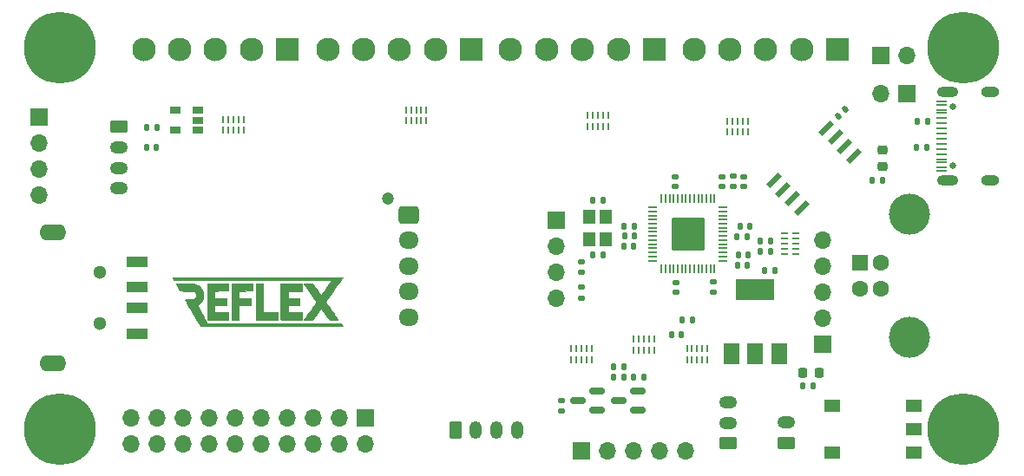
<source format=gbr>
%TF.GenerationSoftware,KiCad,Pcbnew,(7.0.0-0)*%
%TF.CreationDate,2023-09-11T01:39:21-06:00*%
%TF.ProjectId,ReflexFightingBoard,5265666c-6578-4466-9967-6874696e6742,rev?*%
%TF.SameCoordinates,Original*%
%TF.FileFunction,Soldermask,Top*%
%TF.FilePolarity,Negative*%
%FSLAX46Y46*%
G04 Gerber Fmt 4.6, Leading zero omitted, Abs format (unit mm)*
G04 Created by KiCad (PCBNEW (7.0.0-0)) date 2023-09-11 01:39:21*
%MOMM*%
%LPD*%
G01*
G04 APERTURE LIST*
G04 Aperture macros list*
%AMRoundRect*
0 Rectangle with rounded corners*
0 $1 Rounding radius*
0 $2 $3 $4 $5 $6 $7 $8 $9 X,Y pos of 4 corners*
0 Add a 4 corners polygon primitive as box body*
4,1,4,$2,$3,$4,$5,$6,$7,$8,$9,$2,$3,0*
0 Add four circle primitives for the rounded corners*
1,1,$1+$1,$2,$3*
1,1,$1+$1,$4,$5*
1,1,$1+$1,$6,$7*
1,1,$1+$1,$8,$9*
0 Add four rect primitives between the rounded corners*
20,1,$1+$1,$2,$3,$4,$5,0*
20,1,$1+$1,$4,$5,$6,$7,0*
20,1,$1+$1,$6,$7,$8,$9,0*
20,1,$1+$1,$8,$9,$2,$3,0*%
%AMRotRect*
0 Rectangle, with rotation*
0 The origin of the aperture is its center*
0 $1 length*
0 $2 width*
0 $3 Rotation angle, in degrees counterclockwise*
0 Add horizontal line*
21,1,$1,$2,0,0,$3*%
G04 Aperture macros list end*
%ADD10C,0.010000*%
%ADD11RoundRect,0.135000X0.135000X0.185000X-0.135000X0.185000X-0.135000X-0.185000X0.135000X-0.185000X0*%
%ADD12R,1.060000X0.650000*%
%ADD13RoundRect,0.140000X-0.140000X-0.170000X0.140000X-0.170000X0.140000X0.170000X-0.140000X0.170000X0*%
%ADD14RoundRect,0.135000X0.185000X-0.135000X0.185000X0.135000X-0.185000X0.135000X-0.185000X-0.135000X0*%
%ADD15RoundRect,0.135000X-0.185000X0.135000X-0.185000X-0.135000X0.185000X-0.135000X0.185000X0.135000X0*%
%ADD16R,1.700000X1.700000*%
%ADD17O,1.700000X1.700000*%
%ADD18RoundRect,0.249999X-0.625001X0.350001X-0.625001X-0.350001X0.625001X-0.350001X0.625001X0.350001X0*%
%ADD19O,1.750000X1.200000*%
%ADD20RoundRect,0.250000X0.625000X-0.350000X0.625000X0.350000X-0.625000X0.350000X-0.625000X-0.350000X0*%
%ADD21R,2.300000X2.300000*%
%ADD22C,2.300000*%
%ADD23C,7.000000*%
%ADD24RoundRect,0.140000X0.140000X0.170000X-0.140000X0.170000X-0.140000X-0.170000X0.140000X-0.170000X0*%
%ADD25O,0.200000X0.700000*%
%ADD26C,1.300000*%
%ADD27R,2.000000X1.000000*%
%ADD28O,2.610000X1.600000*%
%ADD29RoundRect,0.250000X-0.350000X-0.625000X0.350000X-0.625000X0.350000X0.625000X-0.350000X0.625000X0*%
%ADD30O,1.200000X1.750000*%
%ADD31RoundRect,0.140000X-0.170000X0.140000X-0.170000X-0.140000X0.170000X-0.140000X0.170000X0.140000X0*%
%ADD32RoundRect,0.135000X-0.135000X-0.185000X0.135000X-0.185000X0.135000X0.185000X-0.135000X0.185000X0*%
%ADD33R,1.600000X1.600000*%
%ADD34C,1.600000*%
%ADD35C,4.000000*%
%ADD36RoundRect,0.147500X-0.147500X-0.172500X0.147500X-0.172500X0.147500X0.172500X-0.147500X0.172500X0*%
%ADD37R,1.500000X2.000000*%
%ADD38R,3.800000X2.000000*%
%ADD39RotRect,1.610000X0.580000X45.000000*%
%ADD40RoundRect,0.150000X0.587500X0.150000X-0.587500X0.150000X-0.587500X-0.150000X0.587500X-0.150000X0*%
%ADD41RoundRect,0.050000X-0.050000X0.387500X-0.050000X-0.387500X0.050000X-0.387500X0.050000X0.387500X0*%
%ADD42RoundRect,0.050000X-0.387500X0.050000X-0.387500X-0.050000X0.387500X-0.050000X0.387500X0.050000X0*%
%ADD43RoundRect,0.144000X-1.456000X1.456000X-1.456000X-1.456000X1.456000X-1.456000X1.456000X1.456000X0*%
%ADD44RoundRect,0.140000X0.170000X-0.140000X0.170000X0.140000X-0.170000X0.140000X-0.170000X-0.140000X0*%
%ADD45R,1.150000X1.400000*%
%ADD46RoundRect,0.218750X-0.218750X-0.256250X0.218750X-0.256250X0.218750X0.256250X-0.218750X0.256250X0*%
%ADD47RoundRect,0.218750X-0.256250X0.218750X-0.256250X-0.218750X0.256250X-0.218750X0.256250X0.218750X0*%
%ADD48R,1.550000X1.300000*%
%ADD49RoundRect,0.140000X0.021213X-0.219203X0.219203X-0.021213X-0.021213X0.219203X-0.219203X0.021213X0*%
%ADD50C,1.200000*%
%ADD51RoundRect,0.250000X-0.725000X0.600000X-0.725000X-0.600000X0.725000X-0.600000X0.725000X0.600000X0*%
%ADD52O,1.950000X1.700000*%
%ADD53C,0.650000*%
%ADD54R,1.100000X0.225000*%
%ADD55O,2.100000X1.000000*%
%ADD56O,1.800000X1.000000*%
%ADD57O,0.700000X0.200000*%
G04 APERTURE END LIST*
%TO.C,Ref\u002A\u002A*%
G36*
X127162316Y-109089000D02*
G01*
X128580483Y-109089000D01*
X128580483Y-109808667D01*
X126463816Y-109808667D01*
X126463816Y-106273834D01*
X127162316Y-106273834D01*
X127162316Y-109089000D01*
G37*
D10*
X127162316Y-109089000D02*
X128580483Y-109089000D01*
X128580483Y-109808667D01*
X126463816Y-109808667D01*
X126463816Y-106273834D01*
X127162316Y-106273834D01*
X127162316Y-109089000D01*
G36*
X126156900Y-106284417D02*
G01*
X126156900Y-106982917D01*
X124791650Y-106994087D01*
X124791650Y-107692000D01*
X125934650Y-107692000D01*
X125934650Y-108390500D01*
X124791650Y-108390500D01*
X124791650Y-109808667D01*
X124093150Y-109808667D01*
X124093150Y-106273431D01*
X126156900Y-106284417D01*
G37*
X126156900Y-106284417D02*
X126156900Y-106982917D01*
X124791650Y-106994087D01*
X124791650Y-107692000D01*
X125934650Y-107692000D01*
X125934650Y-108390500D01*
X124791650Y-108390500D01*
X124791650Y-109808667D01*
X124093150Y-109808667D01*
X124093150Y-106273431D01*
X126156900Y-106284417D01*
G36*
X122764941Y-106278922D02*
G01*
X123786233Y-106284417D01*
X123786233Y-106982917D01*
X123113668Y-106988507D01*
X122441104Y-106994096D01*
X122446918Y-107337757D01*
X122452733Y-107681417D01*
X123563983Y-107692703D01*
X123563983Y-108389797D01*
X123008358Y-108395440D01*
X122452733Y-108401084D01*
X122452733Y-109078417D01*
X123119483Y-109089000D01*
X123786233Y-109099584D01*
X123786233Y-109798084D01*
X122764941Y-109803578D01*
X121743650Y-109809073D01*
X121743650Y-106273427D01*
X122764941Y-106278922D01*
G37*
X122764941Y-106278922D02*
X123786233Y-106284417D01*
X123786233Y-106982917D01*
X123113668Y-106988507D01*
X122441104Y-106994096D01*
X122446918Y-107337757D01*
X122452733Y-107681417D01*
X123563983Y-107692703D01*
X123563983Y-108389797D01*
X123008358Y-108395440D01*
X122452733Y-108401084D01*
X122452733Y-109078417D01*
X123119483Y-109089000D01*
X123786233Y-109099584D01*
X123786233Y-109798084D01*
X122764941Y-109803578D01*
X121743650Y-109809073D01*
X121743650Y-106273427D01*
X122764941Y-106278922D01*
G36*
X130929983Y-106993500D02*
G01*
X129596483Y-106993500D01*
X129596483Y-107692000D01*
X130697150Y-107692000D01*
X130697150Y-108390500D01*
X129596483Y-108390500D01*
X129596483Y-109089000D01*
X130929983Y-109089000D01*
X130929983Y-109808667D01*
X129913319Y-109808667D01*
X129668765Y-109808439D01*
X129463628Y-109807704D01*
X129294993Y-109806387D01*
X129159945Y-109804413D01*
X129055570Y-109801707D01*
X128978954Y-109798195D01*
X128927181Y-109793800D01*
X128897337Y-109788447D01*
X128886559Y-109782209D01*
X128885069Y-109757418D01*
X128883777Y-109693488D01*
X128882689Y-109593611D01*
X128881815Y-109460982D01*
X128881164Y-109298792D01*
X128880743Y-109110237D01*
X128880562Y-108898508D01*
X128880627Y-108666799D01*
X128880949Y-108418304D01*
X128881535Y-108156215D01*
X128881932Y-108020084D01*
X128887400Y-106284417D01*
X129908691Y-106278922D01*
X130929983Y-106273427D01*
X130929983Y-106993500D01*
G37*
X130929983Y-106993500D02*
X129596483Y-106993500D01*
X129596483Y-107692000D01*
X130697150Y-107692000D01*
X130697150Y-108390500D01*
X129596483Y-108390500D01*
X129596483Y-109089000D01*
X130929983Y-109089000D01*
X130929983Y-109808667D01*
X129913319Y-109808667D01*
X129668765Y-109808439D01*
X129463628Y-109807704D01*
X129294993Y-109806387D01*
X129159945Y-109804413D01*
X129055570Y-109801707D01*
X128978954Y-109798195D01*
X128927181Y-109793800D01*
X128897337Y-109788447D01*
X128886559Y-109782209D01*
X128885069Y-109757418D01*
X128883777Y-109693488D01*
X128882689Y-109593611D01*
X128881815Y-109460982D01*
X128881164Y-109298792D01*
X128880743Y-109110237D01*
X128880562Y-108898508D01*
X128880627Y-108666799D01*
X128880949Y-108418304D01*
X128881535Y-108156215D01*
X128881932Y-108020084D01*
X128887400Y-106284417D01*
X129908691Y-106278922D01*
X130929983Y-106273427D01*
X130929983Y-106993500D01*
G36*
X119315812Y-106276614D02*
G01*
X119498370Y-106277559D01*
X119576970Y-106278220D01*
X120441900Y-106286296D01*
X120583123Y-106341995D01*
X120772628Y-106431880D01*
X120930150Y-106541421D01*
X121063835Y-106676801D01*
X121119117Y-106748822D01*
X121227302Y-106936123D01*
X121297252Y-107139182D01*
X121327802Y-107353315D01*
X121319988Y-107557060D01*
X121280103Y-107736795D01*
X121208499Y-107912359D01*
X121110709Y-108074863D01*
X120992265Y-108215423D01*
X120858701Y-108325153D01*
X120830996Y-108342420D01*
X120789558Y-108370644D01*
X120770177Y-108391226D01*
X120769983Y-108392460D01*
X120779743Y-108415308D01*
X120806359Y-108467392D01*
X120845828Y-108541105D01*
X120894152Y-108628843D01*
X120896983Y-108633917D01*
X120945630Y-108721902D01*
X120985664Y-108795945D01*
X121013099Y-108848553D01*
X121023947Y-108872233D01*
X121023983Y-108872566D01*
X121033811Y-108894762D01*
X121060068Y-108944510D01*
X121097914Y-109012762D01*
X121115997Y-109044587D01*
X121166881Y-109135035D01*
X121227843Y-109245637D01*
X121289352Y-109359027D01*
X121320386Y-109417084D01*
X121375706Y-109520538D01*
X121433383Y-109627169D01*
X121484972Y-109721418D01*
X121509930Y-109766334D01*
X121549580Y-109838500D01*
X121581722Y-109899693D01*
X121599885Y-109937561D01*
X121600592Y-109939347D01*
X121619684Y-109978034D01*
X121652252Y-110034639D01*
X121668549Y-110061056D01*
X121723014Y-110147334D01*
X134733849Y-110147334D01*
X134821583Y-110272406D01*
X134864775Y-110336993D01*
X134896098Y-110389577D01*
X134909239Y-110419495D01*
X134909316Y-110420573D01*
X134888468Y-110422346D01*
X134827195Y-110424057D01*
X134727407Y-110425706D01*
X134591014Y-110427292D01*
X134419923Y-110428813D01*
X134216045Y-110430270D01*
X133981289Y-110431660D01*
X133717563Y-110432984D01*
X133426776Y-110434239D01*
X133110838Y-110435425D01*
X132771659Y-110436542D01*
X132411146Y-110437588D01*
X132031210Y-110438562D01*
X131633758Y-110439463D01*
X131220702Y-110440291D01*
X130793948Y-110441043D01*
X130355408Y-110441721D01*
X129906989Y-110442322D01*
X129450601Y-110442845D01*
X128988153Y-110443290D01*
X128521554Y-110443656D01*
X128052713Y-110443941D01*
X127583540Y-110444145D01*
X127115943Y-110444267D01*
X126651832Y-110444305D01*
X126193115Y-110444260D01*
X125741703Y-110444129D01*
X125299503Y-110443913D01*
X124868426Y-110443609D01*
X124450379Y-110443218D01*
X124047274Y-110442738D01*
X123661017Y-110442168D01*
X123293519Y-110441507D01*
X122946689Y-110440754D01*
X122622435Y-110439909D01*
X122322668Y-110438970D01*
X122049296Y-110437937D01*
X121804227Y-110436808D01*
X121589372Y-110435583D01*
X121406640Y-110434261D01*
X121257939Y-110432840D01*
X121145179Y-110431319D01*
X121070268Y-110429699D01*
X121035117Y-110427977D01*
X121032645Y-110427468D01*
X121019344Y-110407419D01*
X120987364Y-110354110D01*
X120938772Y-110271180D01*
X120875636Y-110162270D01*
X120800020Y-110031022D01*
X120713993Y-109881075D01*
X120619620Y-109716071D01*
X120518968Y-109539651D01*
X120414105Y-109355455D01*
X120307096Y-109167123D01*
X120200008Y-108978297D01*
X120094908Y-108792618D01*
X119993863Y-108613726D01*
X119898939Y-108445262D01*
X119812203Y-108290866D01*
X119735721Y-108154180D01*
X119671560Y-108038844D01*
X119621787Y-107948499D01*
X119588469Y-107886786D01*
X119573671Y-107857345D01*
X119573533Y-107856992D01*
X119572425Y-107844820D01*
X119583257Y-107835637D01*
X119611311Y-107828875D01*
X119661872Y-107823966D01*
X119740219Y-107820343D01*
X119851638Y-107817438D01*
X119960612Y-107815379D01*
X120100140Y-107812799D01*
X120204156Y-107809993D01*
X120279477Y-107806042D01*
X120332919Y-107800024D01*
X120371299Y-107791019D01*
X120401433Y-107778107D01*
X120430137Y-107760367D01*
X120445335Y-107749918D01*
X120536020Y-107663949D01*
X120594894Y-107559357D01*
X120622055Y-107444268D01*
X120617597Y-107326809D01*
X120581618Y-107215105D01*
X120514212Y-107117283D01*
X120437117Y-107054100D01*
X120413385Y-107039954D01*
X120389057Y-107028668D01*
X120359143Y-107019822D01*
X120318653Y-107013002D01*
X120262596Y-107007789D01*
X120185982Y-107003766D01*
X120083820Y-107000516D01*
X119951122Y-106997623D01*
X119782895Y-106994668D01*
X119712106Y-106993500D01*
X119066978Y-106982917D01*
X118873461Y-106644250D01*
X118813032Y-106536130D01*
X118762061Y-106440349D01*
X118723570Y-106362978D01*
X118700581Y-106310085D01*
X118695992Y-106287863D01*
X118719972Y-106284222D01*
X118781738Y-106281221D01*
X118876748Y-106278910D01*
X119000459Y-106277339D01*
X119148328Y-106276557D01*
X119315812Y-106276614D01*
G37*
X119315812Y-106276614D02*
X119498370Y-106277559D01*
X119576970Y-106278220D01*
X120441900Y-106286296D01*
X120583123Y-106341995D01*
X120772628Y-106431880D01*
X120930150Y-106541421D01*
X121063835Y-106676801D01*
X121119117Y-106748822D01*
X121227302Y-106936123D01*
X121297252Y-107139182D01*
X121327802Y-107353315D01*
X121319988Y-107557060D01*
X121280103Y-107736795D01*
X121208499Y-107912359D01*
X121110709Y-108074863D01*
X120992265Y-108215423D01*
X120858701Y-108325153D01*
X120830996Y-108342420D01*
X120789558Y-108370644D01*
X120770177Y-108391226D01*
X120769983Y-108392460D01*
X120779743Y-108415308D01*
X120806359Y-108467392D01*
X120845828Y-108541105D01*
X120894152Y-108628843D01*
X120896983Y-108633917D01*
X120945630Y-108721902D01*
X120985664Y-108795945D01*
X121013099Y-108848553D01*
X121023947Y-108872233D01*
X121023983Y-108872566D01*
X121033811Y-108894762D01*
X121060068Y-108944510D01*
X121097914Y-109012762D01*
X121115997Y-109044587D01*
X121166881Y-109135035D01*
X121227843Y-109245637D01*
X121289352Y-109359027D01*
X121320386Y-109417084D01*
X121375706Y-109520538D01*
X121433383Y-109627169D01*
X121484972Y-109721418D01*
X121509930Y-109766334D01*
X121549580Y-109838500D01*
X121581722Y-109899693D01*
X121599885Y-109937561D01*
X121600592Y-109939347D01*
X121619684Y-109978034D01*
X121652252Y-110034639D01*
X121668549Y-110061056D01*
X121723014Y-110147334D01*
X134733849Y-110147334D01*
X134821583Y-110272406D01*
X134864775Y-110336993D01*
X134896098Y-110389577D01*
X134909239Y-110419495D01*
X134909316Y-110420573D01*
X134888468Y-110422346D01*
X134827195Y-110424057D01*
X134727407Y-110425706D01*
X134591014Y-110427292D01*
X134419923Y-110428813D01*
X134216045Y-110430270D01*
X133981289Y-110431660D01*
X133717563Y-110432984D01*
X133426776Y-110434239D01*
X133110838Y-110435425D01*
X132771659Y-110436542D01*
X132411146Y-110437588D01*
X132031210Y-110438562D01*
X131633758Y-110439463D01*
X131220702Y-110440291D01*
X130793948Y-110441043D01*
X130355408Y-110441721D01*
X129906989Y-110442322D01*
X129450601Y-110442845D01*
X128988153Y-110443290D01*
X128521554Y-110443656D01*
X128052713Y-110443941D01*
X127583540Y-110444145D01*
X127115943Y-110444267D01*
X126651832Y-110444305D01*
X126193115Y-110444260D01*
X125741703Y-110444129D01*
X125299503Y-110443913D01*
X124868426Y-110443609D01*
X124450379Y-110443218D01*
X124047274Y-110442738D01*
X123661017Y-110442168D01*
X123293519Y-110441507D01*
X122946689Y-110440754D01*
X122622435Y-110439909D01*
X122322668Y-110438970D01*
X122049296Y-110437937D01*
X121804227Y-110436808D01*
X121589372Y-110435583D01*
X121406640Y-110434261D01*
X121257939Y-110432840D01*
X121145179Y-110431319D01*
X121070268Y-110429699D01*
X121035117Y-110427977D01*
X121032645Y-110427468D01*
X121019344Y-110407419D01*
X120987364Y-110354110D01*
X120938772Y-110271180D01*
X120875636Y-110162270D01*
X120800020Y-110031022D01*
X120713993Y-109881075D01*
X120619620Y-109716071D01*
X120518968Y-109539651D01*
X120414105Y-109355455D01*
X120307096Y-109167123D01*
X120200008Y-108978297D01*
X120094908Y-108792618D01*
X119993863Y-108613726D01*
X119898939Y-108445262D01*
X119812203Y-108290866D01*
X119735721Y-108154180D01*
X119671560Y-108038844D01*
X119621787Y-107948499D01*
X119588469Y-107886786D01*
X119573671Y-107857345D01*
X119573533Y-107856992D01*
X119572425Y-107844820D01*
X119583257Y-107835637D01*
X119611311Y-107828875D01*
X119661872Y-107823966D01*
X119740219Y-107820343D01*
X119851638Y-107817438D01*
X119960612Y-107815379D01*
X120100140Y-107812799D01*
X120204156Y-107809993D01*
X120279477Y-107806042D01*
X120332919Y-107800024D01*
X120371299Y-107791019D01*
X120401433Y-107778107D01*
X120430137Y-107760367D01*
X120445335Y-107749918D01*
X120536020Y-107663949D01*
X120594894Y-107559357D01*
X120622055Y-107444268D01*
X120617597Y-107326809D01*
X120581618Y-107215105D01*
X120514212Y-107117283D01*
X120437117Y-107054100D01*
X120413385Y-107039954D01*
X120389057Y-107028668D01*
X120359143Y-107019822D01*
X120318653Y-107013002D01*
X120262596Y-107007789D01*
X120185982Y-107003766D01*
X120083820Y-107000516D01*
X119951122Y-106997623D01*
X119782895Y-106994668D01*
X119712106Y-106993500D01*
X119066978Y-106982917D01*
X118873461Y-106644250D01*
X118813032Y-106536130D01*
X118762061Y-106440349D01*
X118723570Y-106362978D01*
X118700581Y-106310085D01*
X118695992Y-106287863D01*
X118719972Y-106284222D01*
X118781738Y-106281221D01*
X118876748Y-106278910D01*
X119000459Y-106277339D01*
X119148328Y-106276557D01*
X119315812Y-106276614D01*
G36*
X134877011Y-105718209D02*
G01*
X134847670Y-105762244D01*
X134797824Y-105834946D01*
X134731536Y-105930509D01*
X134652873Y-106043126D01*
X134565899Y-106166994D01*
X134474681Y-106296304D01*
X134383282Y-106425252D01*
X134305837Y-106533947D01*
X134223706Y-106649411D01*
X134131595Y-106779732D01*
X134041771Y-106907518D01*
X133977754Y-106999174D01*
X133906734Y-107100675D01*
X133820330Y-107223225D01*
X133727937Y-107353548D01*
X133638952Y-107478369D01*
X133610739Y-107517758D01*
X133496466Y-107677890D01*
X133406247Y-107806229D01*
X133338704Y-107904825D01*
X133292458Y-107975725D01*
X133266131Y-108020981D01*
X133258316Y-108041974D01*
X133271028Y-108069198D01*
X133308994Y-108129833D01*
X133371960Y-108223503D01*
X133459670Y-108349833D01*
X133571870Y-108508449D01*
X133649371Y-108616913D01*
X133719195Y-108714546D01*
X133798786Y-108826187D01*
X133883894Y-108945836D01*
X133970268Y-109067497D01*
X134053659Y-109185172D01*
X134129816Y-109292862D01*
X134194490Y-109384571D01*
X134243431Y-109454301D01*
X134272388Y-109496053D01*
X134273743Y-109498047D01*
X134302779Y-109539707D01*
X134346266Y-109600768D01*
X134384868Y-109654305D01*
X134426306Y-109714652D01*
X134455201Y-109762879D01*
X134464816Y-109786596D01*
X134443773Y-109795322D01*
X134381031Y-109801889D01*
X134277173Y-109806268D01*
X134132778Y-109808428D01*
X134052891Y-109808667D01*
X133909682Y-109809201D01*
X133801525Y-109808734D01*
X133721189Y-109804165D01*
X133661445Y-109792393D01*
X133615063Y-109770314D01*
X133574813Y-109734827D01*
X133533465Y-109682830D01*
X133483790Y-109611221D01*
X133438233Y-109544950D01*
X133360007Y-109433129D01*
X133275483Y-109313218D01*
X133188456Y-109190505D01*
X133102718Y-109070277D01*
X133022063Y-108957823D01*
X132950285Y-108858430D01*
X132891177Y-108777386D01*
X132848533Y-108719979D01*
X132826145Y-108691496D01*
X132825353Y-108690636D01*
X132806559Y-108681322D01*
X132782980Y-108695726D01*
X132748323Y-108739080D01*
X132723500Y-108775303D01*
X132683062Y-108834677D01*
X132625046Y-108918361D01*
X132556513Y-109016238D01*
X132484522Y-109118191D01*
X132467674Y-109141917D01*
X132389953Y-109251465D01*
X132308179Y-109367107D01*
X132231581Y-109475772D01*
X132169385Y-109564390D01*
X132164162Y-109571862D01*
X132109186Y-109649629D01*
X132060752Y-109716480D01*
X132025537Y-109763283D01*
X132013263Y-109778237D01*
X131995401Y-109789164D01*
X131961189Y-109797257D01*
X131905312Y-109802885D01*
X131822453Y-109806416D01*
X131707298Y-109808218D01*
X131574054Y-109808667D01*
X131416642Y-109807755D01*
X131299183Y-109804930D01*
X131219331Y-109800055D01*
X131174745Y-109792998D01*
X131162816Y-109784982D01*
X131174468Y-109760136D01*
X131206537Y-109707642D01*
X131254694Y-109634200D01*
X131314612Y-109546509D01*
X131344019Y-109504524D01*
X131407524Y-109414511D01*
X131489611Y-109298123D01*
X131584477Y-109163589D01*
X131686320Y-109019139D01*
X131789337Y-108873003D01*
X131860881Y-108771500D01*
X131954279Y-108639013D01*
X132044407Y-108511222D01*
X132126970Y-108394212D01*
X132197675Y-108294065D01*
X132252229Y-108216865D01*
X132284387Y-108171444D01*
X132326051Y-108107396D01*
X132353367Y-108054864D01*
X132360883Y-108024470D01*
X132360448Y-108023277D01*
X132343154Y-107995505D01*
X132307748Y-107943484D01*
X132261049Y-107877179D01*
X132247864Y-107858780D01*
X132184851Y-107770757D01*
X132104302Y-107657616D01*
X132012977Y-107528908D01*
X131917638Y-107394182D01*
X131825045Y-107262988D01*
X131741959Y-107144876D01*
X131695222Y-107078167D01*
X131638495Y-106997610D01*
X131568659Y-106899305D01*
X131497466Y-106799768D01*
X131469337Y-106760667D01*
X131364572Y-106614583D01*
X131278042Y-106492308D01*
X131211337Y-106396150D01*
X131166049Y-106328411D01*
X131143766Y-106291399D01*
X131141650Y-106285631D01*
X131161758Y-106282039D01*
X131217851Y-106278888D01*
X131303581Y-106276355D01*
X131412600Y-106274618D01*
X131538561Y-106273854D01*
X131563471Y-106273834D01*
X131713632Y-106274390D01*
X131826725Y-106276295D01*
X131908003Y-106279904D01*
X131962721Y-106285574D01*
X131996132Y-106293658D01*
X132013263Y-106304264D01*
X132036916Y-106334033D01*
X132077932Y-106389516D01*
X132129634Y-106461583D01*
X132164162Y-106510639D01*
X132224349Y-106596448D01*
X132299890Y-106703651D01*
X132381557Y-106819179D01*
X132460122Y-106929959D01*
X132467674Y-106940584D01*
X132539329Y-107041841D01*
X132609089Y-107141253D01*
X132669939Y-107228767D01*
X132714860Y-107294327D01*
X132722512Y-107305709D01*
X132771141Y-107374252D01*
X132804201Y-107408707D01*
X132826158Y-107412276D01*
X132840651Y-107390375D01*
X132855766Y-107365243D01*
X132891425Y-107311813D01*
X132943455Y-107236159D01*
X133007686Y-107144354D01*
X133070458Y-107055775D01*
X133151046Y-106942441D01*
X133231940Y-106828222D01*
X133306285Y-106722831D01*
X133367224Y-106635977D01*
X133395900Y-106594785D01*
X133451131Y-106515541D01*
X133521614Y-106415166D01*
X133597981Y-106306968D01*
X133665775Y-106211406D01*
X133726236Y-106125571D01*
X133776652Y-106052340D01*
X133812477Y-105998446D01*
X133829164Y-105970617D01*
X133829816Y-105968605D01*
X133808898Y-105967695D01*
X133747136Y-105966802D01*
X133646021Y-105965927D01*
X133507042Y-105965072D01*
X133331690Y-105964241D01*
X133121454Y-105963435D01*
X132877824Y-105962657D01*
X132602291Y-105961909D01*
X132296343Y-105961194D01*
X131961472Y-105960515D01*
X131599166Y-105959874D01*
X131210917Y-105959272D01*
X130798214Y-105958714D01*
X130362546Y-105958200D01*
X129905404Y-105957734D01*
X129428278Y-105957319D01*
X128932657Y-105956955D01*
X128420032Y-105956647D01*
X127891892Y-105956396D01*
X127349728Y-105956205D01*
X126795029Y-105956076D01*
X126229285Y-105956012D01*
X126172775Y-105956009D01*
X125605762Y-105955943D01*
X125049529Y-105955794D01*
X124505572Y-105955565D01*
X123975386Y-105955260D01*
X123460468Y-105954882D01*
X122962313Y-105954434D01*
X122482418Y-105953919D01*
X122022278Y-105953339D01*
X121583391Y-105952699D01*
X121167251Y-105952001D01*
X120775355Y-105951248D01*
X120409199Y-105950444D01*
X120070280Y-105949591D01*
X119760092Y-105948692D01*
X119480132Y-105947752D01*
X119231897Y-105946772D01*
X119016882Y-105945755D01*
X118836583Y-105944706D01*
X118692497Y-105943627D01*
X118586119Y-105942521D01*
X118518946Y-105941391D01*
X118492473Y-105940240D01*
X118492136Y-105940134D01*
X118471298Y-105915485D01*
X118438676Y-105866302D01*
X118401562Y-105804994D01*
X118367248Y-105743970D01*
X118343029Y-105695639D01*
X118335816Y-105674164D01*
X118356744Y-105673156D01*
X118418574Y-105672166D01*
X118519872Y-105671198D01*
X118659208Y-105670253D01*
X118835150Y-105669334D01*
X119046264Y-105668443D01*
X119291120Y-105667583D01*
X119568286Y-105666756D01*
X119876329Y-105665965D01*
X120213817Y-105665211D01*
X120579318Y-105664499D01*
X120971401Y-105663829D01*
X121388634Y-105663205D01*
X121829584Y-105662629D01*
X122292819Y-105662103D01*
X122776907Y-105661629D01*
X123280417Y-105661211D01*
X123801917Y-105660851D01*
X124339974Y-105660551D01*
X124893156Y-105660313D01*
X125460032Y-105660141D01*
X126039169Y-105660035D01*
X126625001Y-105660000D01*
X134914185Y-105660000D01*
X134877011Y-105718209D01*
G37*
X134877011Y-105718209D02*
X134847670Y-105762244D01*
X134797824Y-105834946D01*
X134731536Y-105930509D01*
X134652873Y-106043126D01*
X134565899Y-106166994D01*
X134474681Y-106296304D01*
X134383282Y-106425252D01*
X134305837Y-106533947D01*
X134223706Y-106649411D01*
X134131595Y-106779732D01*
X134041771Y-106907518D01*
X133977754Y-106999174D01*
X133906734Y-107100675D01*
X133820330Y-107223225D01*
X133727937Y-107353548D01*
X133638952Y-107478369D01*
X133610739Y-107517758D01*
X133496466Y-107677890D01*
X133406247Y-107806229D01*
X133338704Y-107904825D01*
X133292458Y-107975725D01*
X133266131Y-108020981D01*
X133258316Y-108041974D01*
X133271028Y-108069198D01*
X133308994Y-108129833D01*
X133371960Y-108223503D01*
X133459670Y-108349833D01*
X133571870Y-108508449D01*
X133649371Y-108616913D01*
X133719195Y-108714546D01*
X133798786Y-108826187D01*
X133883894Y-108945836D01*
X133970268Y-109067497D01*
X134053659Y-109185172D01*
X134129816Y-109292862D01*
X134194490Y-109384571D01*
X134243431Y-109454301D01*
X134272388Y-109496053D01*
X134273743Y-109498047D01*
X134302779Y-109539707D01*
X134346266Y-109600768D01*
X134384868Y-109654305D01*
X134426306Y-109714652D01*
X134455201Y-109762879D01*
X134464816Y-109786596D01*
X134443773Y-109795322D01*
X134381031Y-109801889D01*
X134277173Y-109806268D01*
X134132778Y-109808428D01*
X134052891Y-109808667D01*
X133909682Y-109809201D01*
X133801525Y-109808734D01*
X133721189Y-109804165D01*
X133661445Y-109792393D01*
X133615063Y-109770314D01*
X133574813Y-109734827D01*
X133533465Y-109682830D01*
X133483790Y-109611221D01*
X133438233Y-109544950D01*
X133360007Y-109433129D01*
X133275483Y-109313218D01*
X133188456Y-109190505D01*
X133102718Y-109070277D01*
X133022063Y-108957823D01*
X132950285Y-108858430D01*
X132891177Y-108777386D01*
X132848533Y-108719979D01*
X132826145Y-108691496D01*
X132825353Y-108690636D01*
X132806559Y-108681322D01*
X132782980Y-108695726D01*
X132748323Y-108739080D01*
X132723500Y-108775303D01*
X132683062Y-108834677D01*
X132625046Y-108918361D01*
X132556513Y-109016238D01*
X132484522Y-109118191D01*
X132467674Y-109141917D01*
X132389953Y-109251465D01*
X132308179Y-109367107D01*
X132231581Y-109475772D01*
X132169385Y-109564390D01*
X132164162Y-109571862D01*
X132109186Y-109649629D01*
X132060752Y-109716480D01*
X132025537Y-109763283D01*
X132013263Y-109778237D01*
X131995401Y-109789164D01*
X131961189Y-109797257D01*
X131905312Y-109802885D01*
X131822453Y-109806416D01*
X131707298Y-109808218D01*
X131574054Y-109808667D01*
X131416642Y-109807755D01*
X131299183Y-109804930D01*
X131219331Y-109800055D01*
X131174745Y-109792998D01*
X131162816Y-109784982D01*
X131174468Y-109760136D01*
X131206537Y-109707642D01*
X131254694Y-109634200D01*
X131314612Y-109546509D01*
X131344019Y-109504524D01*
X131407524Y-109414511D01*
X131489611Y-109298123D01*
X131584477Y-109163589D01*
X131686320Y-109019139D01*
X131789337Y-108873003D01*
X131860881Y-108771500D01*
X131954279Y-108639013D01*
X132044407Y-108511222D01*
X132126970Y-108394212D01*
X132197675Y-108294065D01*
X132252229Y-108216865D01*
X132284387Y-108171444D01*
X132326051Y-108107396D01*
X132353367Y-108054864D01*
X132360883Y-108024470D01*
X132360448Y-108023277D01*
X132343154Y-107995505D01*
X132307748Y-107943484D01*
X132261049Y-107877179D01*
X132247864Y-107858780D01*
X132184851Y-107770757D01*
X132104302Y-107657616D01*
X132012977Y-107528908D01*
X131917638Y-107394182D01*
X131825045Y-107262988D01*
X131741959Y-107144876D01*
X131695222Y-107078167D01*
X131638495Y-106997610D01*
X131568659Y-106899305D01*
X131497466Y-106799768D01*
X131469337Y-106760667D01*
X131364572Y-106614583D01*
X131278042Y-106492308D01*
X131211337Y-106396150D01*
X131166049Y-106328411D01*
X131143766Y-106291399D01*
X131141650Y-106285631D01*
X131161758Y-106282039D01*
X131217851Y-106278888D01*
X131303581Y-106276355D01*
X131412600Y-106274618D01*
X131538561Y-106273854D01*
X131563471Y-106273834D01*
X131713632Y-106274390D01*
X131826725Y-106276295D01*
X131908003Y-106279904D01*
X131962721Y-106285574D01*
X131996132Y-106293658D01*
X132013263Y-106304264D01*
X132036916Y-106334033D01*
X132077932Y-106389516D01*
X132129634Y-106461583D01*
X132164162Y-106510639D01*
X132224349Y-106596448D01*
X132299890Y-106703651D01*
X132381557Y-106819179D01*
X132460122Y-106929959D01*
X132467674Y-106940584D01*
X132539329Y-107041841D01*
X132609089Y-107141253D01*
X132669939Y-107228767D01*
X132714860Y-107294327D01*
X132722512Y-107305709D01*
X132771141Y-107374252D01*
X132804201Y-107408707D01*
X132826158Y-107412276D01*
X132840651Y-107390375D01*
X132855766Y-107365243D01*
X132891425Y-107311813D01*
X132943455Y-107236159D01*
X133007686Y-107144354D01*
X133070458Y-107055775D01*
X133151046Y-106942441D01*
X133231940Y-106828222D01*
X133306285Y-106722831D01*
X133367224Y-106635977D01*
X133395900Y-106594785D01*
X133451131Y-106515541D01*
X133521614Y-106415166D01*
X133597981Y-106306968D01*
X133665775Y-106211406D01*
X133726236Y-106125571D01*
X133776652Y-106052340D01*
X133812477Y-105998446D01*
X133829164Y-105970617D01*
X133829816Y-105968605D01*
X133808898Y-105967695D01*
X133747136Y-105966802D01*
X133646021Y-105965927D01*
X133507042Y-105965072D01*
X133331690Y-105964241D01*
X133121454Y-105963435D01*
X132877824Y-105962657D01*
X132602291Y-105961909D01*
X132296343Y-105961194D01*
X131961472Y-105960515D01*
X131599166Y-105959874D01*
X131210917Y-105959272D01*
X130798214Y-105958714D01*
X130362546Y-105958200D01*
X129905404Y-105957734D01*
X129428278Y-105957319D01*
X128932657Y-105956955D01*
X128420032Y-105956647D01*
X127891892Y-105956396D01*
X127349728Y-105956205D01*
X126795029Y-105956076D01*
X126229285Y-105956012D01*
X126172775Y-105956009D01*
X125605762Y-105955943D01*
X125049529Y-105955794D01*
X124505572Y-105955565D01*
X123975386Y-105955260D01*
X123460468Y-105954882D01*
X122962313Y-105954434D01*
X122482418Y-105953919D01*
X122022278Y-105953339D01*
X121583391Y-105952699D01*
X121167251Y-105952001D01*
X120775355Y-105951248D01*
X120409199Y-105950444D01*
X120070280Y-105949591D01*
X119760092Y-105948692D01*
X119480132Y-105947752D01*
X119231897Y-105946772D01*
X119016882Y-105945755D01*
X118836583Y-105944706D01*
X118692497Y-105943627D01*
X118586119Y-105942521D01*
X118518946Y-105941391D01*
X118492473Y-105940240D01*
X118492136Y-105940134D01*
X118471298Y-105915485D01*
X118438676Y-105866302D01*
X118401562Y-105804994D01*
X118367248Y-105743970D01*
X118343029Y-105695639D01*
X118335816Y-105674164D01*
X118356744Y-105673156D01*
X118418574Y-105672166D01*
X118519872Y-105671198D01*
X118659208Y-105670253D01*
X118835150Y-105669334D01*
X119046264Y-105668443D01*
X119291120Y-105667583D01*
X119568286Y-105666756D01*
X119876329Y-105665965D01*
X120213817Y-105665211D01*
X120579318Y-105664499D01*
X120971401Y-105663829D01*
X121388634Y-105663205D01*
X121829584Y-105662629D01*
X122292819Y-105662103D01*
X122776907Y-105661629D01*
X123280417Y-105661211D01*
X123801917Y-105660851D01*
X124339974Y-105660551D01*
X124893156Y-105660313D01*
X125460032Y-105660141D01*
X126039169Y-105660035D01*
X126625001Y-105660000D01*
X134914185Y-105660000D01*
X134877011Y-105718209D01*
%TD*%
D11*
%TO.C,R5*%
X116810000Y-91000000D03*
X115790000Y-91000000D03*
%TD*%
D12*
%TO.C,U2*%
X120799999Y-91272399D03*
X120799999Y-90322399D03*
X120799999Y-89372399D03*
X118599999Y-89372399D03*
X118599999Y-91272399D03*
%TD*%
D13*
%TO.C,C1*%
X115820000Y-93000000D03*
X116780000Y-93000000D03*
%TD*%
D14*
%TO.C,R6*%
X158225000Y-107670000D03*
X158225000Y-106650000D03*
%TD*%
D15*
%TO.C,R7*%
X158225000Y-104190000D03*
X158225000Y-105210000D03*
%TD*%
D16*
%TO.C,J2*%
X137159999Y-119379999D03*
D17*
X137159999Y-121919999D03*
X134619999Y-119379999D03*
X134619999Y-121919999D03*
X132079999Y-119379999D03*
X132079999Y-121919999D03*
X129539999Y-119379999D03*
X129539999Y-121919999D03*
X126999999Y-119379999D03*
X126999999Y-121919999D03*
X124459999Y-119379999D03*
X124459999Y-121919999D03*
X121919999Y-119379999D03*
X121919999Y-121919999D03*
X119379999Y-119379999D03*
X119379999Y-121919999D03*
X116839999Y-119379999D03*
X116839999Y-121919999D03*
X114299999Y-119379999D03*
X114299999Y-121919999D03*
%TD*%
D18*
%TO.C,J1*%
X113100000Y-90982800D03*
D19*
X113099999Y-92982799D03*
X113099999Y-94982799D03*
X113099999Y-96982799D03*
%TD*%
D20*
%TO.C,J3*%
X178225000Y-121850000D03*
D19*
X178224999Y-119849999D03*
%TD*%
D21*
%TO.C,J5*%
X165324999Y-83449999D03*
D22*
X161825000Y-83450000D03*
X158325000Y-83450000D03*
X154825000Y-83450000D03*
X151325000Y-83450000D03*
%TD*%
D21*
%TO.C,J6*%
X147474999Y-83449999D03*
D22*
X143975000Y-83450000D03*
X140475000Y-83450000D03*
X136975000Y-83450000D03*
X133475000Y-83450000D03*
%TD*%
D21*
%TO.C,J7*%
X129524999Y-83449999D03*
D22*
X126025000Y-83450000D03*
X122525000Y-83450000D03*
X119025000Y-83450000D03*
X115525000Y-83450000D03*
%TD*%
D21*
%TO.C,J8*%
X183199999Y-83449999D03*
D22*
X179700000Y-83450000D03*
X176200000Y-83450000D03*
X172700000Y-83450000D03*
X169200000Y-83450000D03*
%TD*%
D23*
%TO.C,H1*%
X107378000Y-83200000D03*
%TD*%
%TO.C,H3*%
X107378000Y-120460000D03*
%TD*%
%TO.C,H4*%
X195517000Y-120460000D03*
%TD*%
%TO.C,H2*%
X195517000Y-83248000D03*
%TD*%
D24*
%TO.C,C9*%
X163310000Y-102600000D03*
X162350000Y-102600000D03*
%TD*%
D25*
%TO.C,U9*%
X168519999Y-113704999D03*
X169019999Y-113704999D03*
X169519999Y-113704999D03*
X170019999Y-113704999D03*
X170519999Y-113704999D03*
X170519999Y-112654999D03*
X170019999Y-112654999D03*
X169519999Y-112654999D03*
X169019999Y-112654999D03*
X168519999Y-112654999D03*
%TD*%
D16*
%TO.C,J20*%
X187399999Y-84001951D03*
D17*
X189939999Y-84001951D03*
%TD*%
D15*
%TO.C,R15*%
X173000000Y-95790000D03*
X173000000Y-96810000D03*
%TD*%
D26*
%TO.C,J9*%
X111212500Y-105150000D03*
X111212500Y-110150000D03*
D27*
X114838390Y-104149999D03*
X114838390Y-106649999D03*
X114838390Y-108649999D03*
X114838390Y-111149999D03*
D28*
X106702499Y-101249999D03*
X106702499Y-114049999D03*
%TD*%
D29*
%TO.C,J21*%
X145925000Y-120550000D03*
D30*
X147924999Y-120549999D03*
X149924999Y-120549999D03*
X151924999Y-120549999D03*
%TD*%
D20*
%TO.C,J11*%
X172575000Y-121875000D03*
D19*
X172574999Y-119874999D03*
X172574999Y-117874999D03*
%TD*%
D16*
%TO.C,J14*%
X189999999Y-87699999D03*
D17*
X187459999Y-87699999D03*
%TD*%
D14*
%TO.C,R4*%
X156300000Y-118710000D03*
X156300000Y-117690000D03*
%TD*%
D13*
%TO.C,C8*%
X173720000Y-100700000D03*
X174680000Y-100700000D03*
%TD*%
D25*
%TO.C,U11*%
X163319999Y-112774999D03*
X163819999Y-112774999D03*
X164319999Y-112774999D03*
X164819999Y-112774999D03*
X165319999Y-112774999D03*
X165319999Y-111724999D03*
X164819999Y-111724999D03*
X164319999Y-111724999D03*
X163819999Y-111724999D03*
X163319999Y-111724999D03*
%TD*%
D31*
%TO.C,C11*%
X167460000Y-106180000D03*
X167460000Y-107140000D03*
%TD*%
D11*
%TO.C,R18*%
X176710000Y-102110000D03*
X175690000Y-102110000D03*
%TD*%
D32*
%TO.C,R3*%
X163290000Y-115450000D03*
X164310000Y-115450000D03*
%TD*%
D33*
%TO.C,J16*%
X185399999Y-104249999D03*
D34*
X185400000Y-106750000D03*
X187400000Y-106750000D03*
X187400000Y-104250000D03*
D35*
X190260000Y-99500000D03*
X190260000Y-111500000D03*
%TD*%
D25*
%TO.C,U7*%
X160859999Y-89864999D03*
X160359999Y-89864999D03*
X159859999Y-89864999D03*
X159359999Y-89864999D03*
X158859999Y-89864999D03*
X158859999Y-90914999D03*
X159359999Y-90914999D03*
X159859999Y-90914999D03*
X160359999Y-90914999D03*
X160859999Y-90914999D03*
%TD*%
D36*
%TO.C,D2*%
X167025000Y-111250000D03*
X167995000Y-111250000D03*
%TD*%
D16*
%TO.C,J19*%
X105299999Y-89999999D03*
D17*
X105299999Y-92539999D03*
X105299999Y-95079999D03*
X105299999Y-97619999D03*
%TD*%
D37*
%TO.C,U3*%
X172899999Y-113149999D03*
X175199999Y-113149999D03*
D38*
X175199999Y-106849999D03*
D37*
X177499999Y-113149999D03*
%TD*%
D39*
%TO.C,FLASH1*%
X177003841Y-96202081D03*
X177901866Y-97100106D03*
X178799892Y-97998132D03*
X179697917Y-98896157D03*
X184796157Y-93797917D03*
X183898132Y-92899892D03*
X183000106Y-92001866D03*
X182102081Y-91103841D03*
%TD*%
D40*
%TO.C,Q2*%
X163737500Y-118650000D03*
X163737500Y-116750000D03*
X161862500Y-117700000D03*
%TD*%
D16*
%TO.C,J22*%
X158224999Y-122574999D03*
D17*
X160764999Y-122574999D03*
X163304999Y-122574999D03*
X165844999Y-122574999D03*
X168384999Y-122574999D03*
%TD*%
D41*
%TO.C,U4*%
X171220000Y-97992500D03*
X170820000Y-97992500D03*
X170420000Y-97992500D03*
X170020000Y-97992500D03*
X169620000Y-97992500D03*
X169220000Y-97992500D03*
X168820000Y-97992500D03*
X168420000Y-97992500D03*
X168020000Y-97992500D03*
X167620000Y-97992500D03*
X167220000Y-97992500D03*
X166820000Y-97992500D03*
X166420000Y-97992500D03*
X166020000Y-97992500D03*
D42*
X165182500Y-98830000D03*
X165182500Y-99230000D03*
X165182500Y-99630000D03*
X165182500Y-100030000D03*
X165182500Y-100430000D03*
X165182500Y-100830000D03*
X165182500Y-101230000D03*
X165182500Y-101630000D03*
X165182500Y-102030000D03*
X165182500Y-102430000D03*
X165182500Y-102830000D03*
X165182500Y-103230000D03*
X165182500Y-103630000D03*
X165182500Y-104030000D03*
D41*
X166020000Y-104867500D03*
X166420000Y-104867500D03*
X166820000Y-104867500D03*
X167220000Y-104867500D03*
X167620000Y-104867500D03*
X168020000Y-104867500D03*
X168420000Y-104867500D03*
X168820000Y-104867500D03*
X169220000Y-104867500D03*
X169620000Y-104867500D03*
X170020000Y-104867500D03*
X170420000Y-104867500D03*
X170820000Y-104867500D03*
X171220000Y-104867500D03*
D42*
X172057500Y-104030000D03*
X172057500Y-103630000D03*
X172057500Y-103230000D03*
X172057500Y-102830000D03*
X172057500Y-102430000D03*
X172057500Y-102030000D03*
X172057500Y-101630000D03*
X172057500Y-101230000D03*
X172057500Y-100830000D03*
X172057500Y-100430000D03*
X172057500Y-100030000D03*
X172057500Y-99630000D03*
X172057500Y-99230000D03*
X172057500Y-98830000D03*
D43*
X168620000Y-101430000D03*
%TD*%
D44*
%TO.C,R14*%
X174100000Y-96780000D03*
X174100000Y-95820000D03*
%TD*%
D32*
%TO.C,R21*%
X190900000Y-93000000D03*
X191920000Y-93000000D03*
%TD*%
D11*
%TO.C,R2*%
X162360000Y-114400000D03*
X161340000Y-114400000D03*
%TD*%
D32*
%TO.C,R8*%
X161340000Y-115450000D03*
X162360000Y-115450000D03*
%TD*%
D45*
%TO.C,Y1*%
X160624999Y-101924999D03*
X160624999Y-99724999D03*
X159024999Y-99724999D03*
X159024999Y-101924999D03*
%TD*%
D13*
%TO.C,C7*%
X176120000Y-105000000D03*
X177080000Y-105000000D03*
%TD*%
D16*
%TO.C,J10*%
X155799999Y-100074999D03*
D17*
X155799999Y-102614999D03*
X155799999Y-105154999D03*
X155799999Y-107694999D03*
%TD*%
D25*
%TO.C,U1*%
X174459999Y-90409999D03*
X173959999Y-90409999D03*
X173459999Y-90409999D03*
X172959999Y-90409999D03*
X172459999Y-90409999D03*
X172459999Y-91459999D03*
X172959999Y-91459999D03*
X173459999Y-91459999D03*
X173959999Y-91459999D03*
X174459999Y-91459999D03*
%TD*%
D46*
%TO.C,D1*%
X179837500Y-114975000D03*
X181412500Y-114975000D03*
%TD*%
D32*
%TO.C,R10*%
X168020000Y-109860000D03*
X169040000Y-109860000D03*
%TD*%
D11*
%TO.C,R19*%
X176710000Y-103110000D03*
X175690000Y-103110000D03*
%TD*%
D44*
%TO.C,C15*%
X167400000Y-96780000D03*
X167400000Y-95820000D03*
%TD*%
D25*
%TO.C,U6*%
X143099999Y-89339999D03*
X142599999Y-89339999D03*
X142099999Y-89339999D03*
X141599999Y-89339999D03*
X141099999Y-89339999D03*
X141099999Y-90389999D03*
X141599999Y-90389999D03*
X142099999Y-90389999D03*
X142599999Y-90389999D03*
X143099999Y-90389999D03*
%TD*%
D32*
%TO.C,R22*%
X190990000Y-90400000D03*
X192010000Y-90400000D03*
%TD*%
D44*
%TO.C,C14*%
X171900000Y-96780000D03*
X171900000Y-95820000D03*
%TD*%
D40*
%TO.C,Q1*%
X159787500Y-118650000D03*
X159787500Y-116750000D03*
X157912500Y-117700000D03*
%TD*%
D25*
%TO.C,U5*%
X125299999Y-90274999D03*
X124799999Y-90274999D03*
X124299999Y-90274999D03*
X123799999Y-90274999D03*
X123299999Y-90274999D03*
X123299999Y-91324999D03*
X123799999Y-91324999D03*
X124299999Y-91324999D03*
X124799999Y-91324999D03*
X125299999Y-91324999D03*
%TD*%
D13*
%TO.C,C12*%
X173460000Y-104535062D03*
X174420000Y-104535062D03*
%TD*%
%TO.C,C10*%
X173520000Y-103500000D03*
X174480000Y-103500000D03*
%TD*%
D47*
%TO.C,D3*%
X187600000Y-93272500D03*
X187600000Y-94847500D03*
%TD*%
D48*
%TO.C,SW1*%
X182665657Y-118249999D03*
X190615657Y-118249999D03*
X190615657Y-120499999D03*
X182665657Y-122749999D03*
X190615657Y-122749999D03*
%TD*%
D49*
%TO.C,C5*%
X183260589Y-89939411D03*
X183939411Y-89260589D03*
%TD*%
D50*
%TO.C,J17*%
X139350000Y-97950000D03*
D51*
X141350000Y-99550000D03*
D52*
X141349999Y-102049999D03*
X141349999Y-104549999D03*
X141349999Y-107049999D03*
X141349999Y-109549999D03*
%TD*%
D13*
%TO.C,C6*%
X179845000Y-116300000D03*
X180805000Y-116300000D03*
%TD*%
D25*
%TO.C,U8*%
X157249999Y-113694999D03*
X157749999Y-113694999D03*
X158249999Y-113694999D03*
X158749999Y-113694999D03*
X159249999Y-113694999D03*
X159249999Y-112644999D03*
X158749999Y-112644999D03*
X158249999Y-112644999D03*
X157749999Y-112644999D03*
X157249999Y-112644999D03*
%TD*%
D24*
%TO.C,C4*%
X160305000Y-98175000D03*
X159345000Y-98175000D03*
%TD*%
D13*
%TO.C,C3*%
X159345000Y-103450000D03*
X160305000Y-103450000D03*
%TD*%
D11*
%TO.C,R16*%
X163430000Y-100650000D03*
X162410000Y-100650000D03*
%TD*%
D53*
%TO.C,J15*%
X194443337Y-94764000D03*
X194493337Y-88984000D03*
D54*
X193393336Y-95223999D03*
X193393336Y-94423999D03*
X193393336Y-93123999D03*
X193393336Y-92123999D03*
X193393336Y-91623999D03*
X193393336Y-93623999D03*
X193393336Y-89323999D03*
X193393336Y-88523999D03*
X193393336Y-88823999D03*
X193393336Y-89623999D03*
X193393336Y-90123999D03*
X193393336Y-91123999D03*
X193393336Y-92623999D03*
X193393336Y-90623999D03*
X193393336Y-94123999D03*
X193393336Y-94923999D03*
D55*
X193943336Y-96193999D03*
D56*
X198093336Y-96193999D03*
D55*
X193943336Y-87553999D03*
D56*
X198093336Y-87553999D03*
%TD*%
D57*
%TO.C,U10*%
X178074999Y-101399999D03*
X178074999Y-101899999D03*
X178074999Y-102399999D03*
X178074999Y-102899999D03*
X178074999Y-103399999D03*
X179124999Y-103399999D03*
X179124999Y-102899999D03*
X179124999Y-102399999D03*
X179124999Y-101899999D03*
X179124999Y-101399999D03*
%TD*%
D24*
%TO.C,C17*%
X163410000Y-101630000D03*
X162450000Y-101630000D03*
%TD*%
D11*
%TO.C,R9*%
X187600000Y-96190000D03*
X186580000Y-96190000D03*
%TD*%
D16*
%TO.C,J24*%
X181799999Y-112199999D03*
D17*
X181799999Y-109659999D03*
X181799999Y-107119999D03*
X181799999Y-104579999D03*
X181799999Y-102039999D03*
%TD*%
D13*
%TO.C,C13*%
X173420000Y-101700000D03*
X174380000Y-101700000D03*
%TD*%
D31*
%TO.C,C16*%
X171100000Y-106120000D03*
X171100000Y-107080000D03*
%TD*%
M02*

</source>
